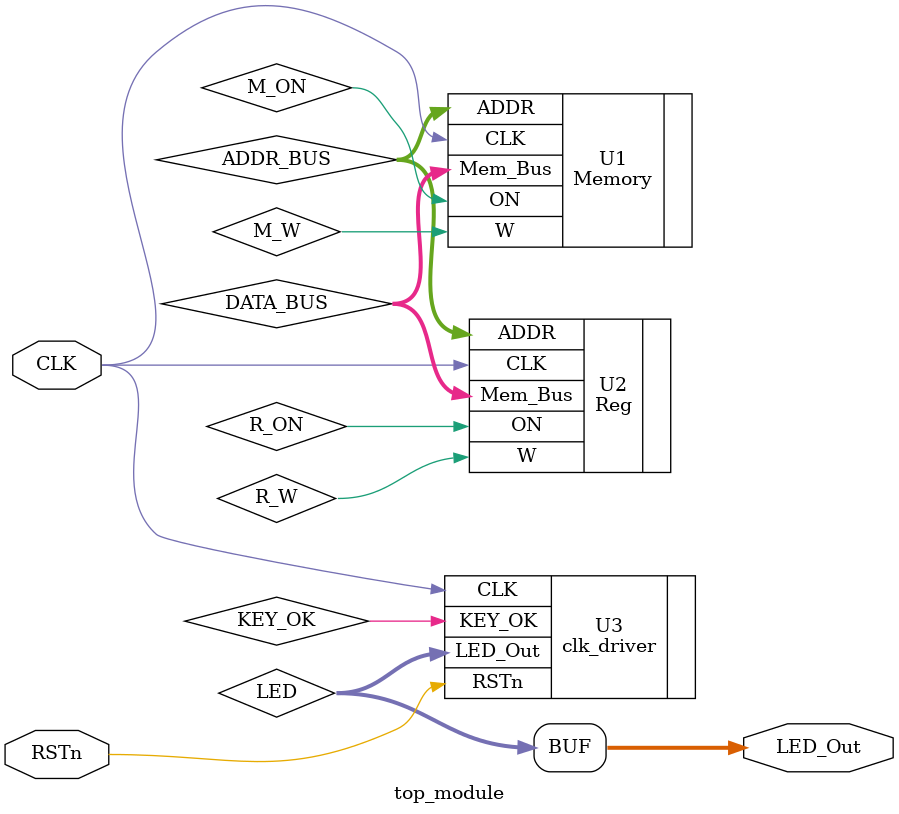
<source format=v>
module top_module
(
    CLK, RSTn, LED_Out
);

    input CLK;
	 input RSTn;
	 output [3:0]LED_Out;
	 
	 /*******************************/
	 wire M_W;
	 wire M_ON;
	 wire R_W;
	 wire R_ON;
	 wire [15:0] DATA_BUS;
	 wire [15:0] ADDR_BUS;
	 wire [3:0] LED;
	  Memory U1
	  (
		.W( M_W ),
		.ON( M_ON ), 
		.CLK( CLK ), 
		.ADDR( ADDR_BUS ), 
		.Mem_Bus( DATA_BUS)
		);   
	 
	 	Reg U2
	  (
		.W( R_W ),
		.ON( R_ON ), 
		.CLK( CLK ), 
		.ADDR( ADDR_BUS ), 
		.Mem_Bus( DATA_BUS)
		);  
		clk_driver U3
		(
			.CLK(CLK), 
			.RSTn(RSTn), 
			.LED_Out(LED),
			.KEY_OK(KEY_OK)
		);
	 
	 /**********************************/
	 
	 assign LED_Out = LED;
	 
	 /***********************************/

endmodule
</source>
